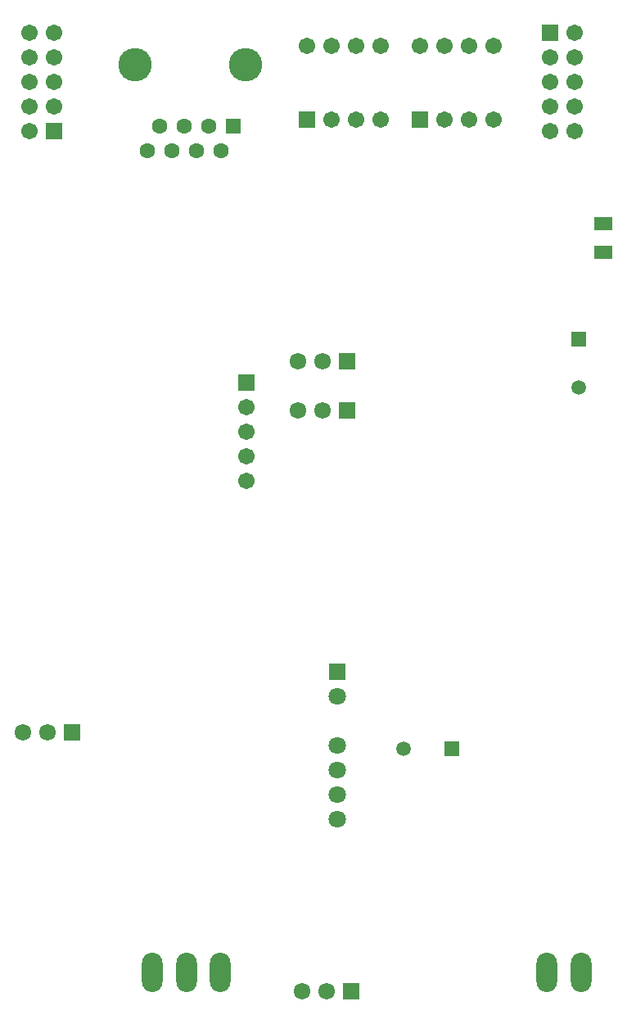
<source format=gbs>
G04*
G04 #@! TF.GenerationSoftware,Altium Limited,Altium Designer,20.0.13 (296)*
G04*
G04 Layer_Color=16711935*
%FSLAX44Y44*%
%MOMM*%
G71*
G01*
G75*
%ADD68R,1.9200X1.4700*%
%ADD95O,2.1336X4.0640*%
%ADD96R,1.7032X1.7032*%
%ADD97C,1.7032*%
%ADD98C,1.7200*%
%ADD99R,1.7200X1.7200*%
%ADD100C,1.8032*%
%ADD101R,1.8032X1.8032*%
%ADD102R,1.6012X1.6012*%
%ADD103C,3.4532*%
%ADD104C,1.6012*%
%ADD105C,1.5200*%
%ADD106R,1.5200X1.5200*%
%ADD107R,1.5200X1.5200*%
D68*
X668250Y839500D02*
D03*
Y810000D02*
D03*
D95*
X610250Y65370D02*
D03*
X645250D02*
D03*
X202000Y65735D02*
D03*
X237000D02*
D03*
X272000D02*
D03*
D96*
X100000Y935400D02*
D03*
X613500Y1037000D02*
D03*
X298750Y675300D02*
D03*
X362200Y947400D02*
D03*
X478400D02*
D03*
D97*
X74600Y935400D02*
D03*
X100000Y960800D02*
D03*
X74600D02*
D03*
X100000Y986200D02*
D03*
X74600D02*
D03*
X100000Y1011600D02*
D03*
X74600D02*
D03*
Y1037000D02*
D03*
X100000D02*
D03*
X638900Y935400D02*
D03*
X613500D02*
D03*
X638900Y986200D02*
D03*
X613500D02*
D03*
X638900Y1011600D02*
D03*
X613500D02*
D03*
X638900Y1037000D02*
D03*
X613500Y960800D02*
D03*
X638900D02*
D03*
X298750Y573700D02*
D03*
Y599100D02*
D03*
Y624500D02*
D03*
Y649900D02*
D03*
X387600Y947400D02*
D03*
X413000D02*
D03*
X438400D02*
D03*
X362200Y1023600D02*
D03*
X387600D02*
D03*
X413000D02*
D03*
X438400D02*
D03*
X503800Y947400D02*
D03*
X529200D02*
D03*
X554600D02*
D03*
X478400Y1023600D02*
D03*
X503800D02*
D03*
X529200D02*
D03*
X554600D02*
D03*
D98*
X377500Y646750D02*
D03*
X352100D02*
D03*
X377500Y697250D02*
D03*
X352100D02*
D03*
X93750Y314250D02*
D03*
X68350D02*
D03*
X381850Y46250D02*
D03*
X356450D02*
D03*
D99*
X402900Y646750D02*
D03*
Y697250D02*
D03*
X119150Y314250D02*
D03*
X407250Y46250D02*
D03*
D100*
X392750Y224450D02*
D03*
Y249850D02*
D03*
Y275250D02*
D03*
Y300650D02*
D03*
Y351450D02*
D03*
D101*
Y376850D02*
D03*
D102*
X285700Y940250D02*
D03*
D103*
X298400Y1003750D02*
D03*
X184100D02*
D03*
D104*
X273000Y914850D02*
D03*
X260300Y940250D02*
D03*
X247600Y914850D02*
D03*
X234900Y940250D02*
D03*
X222200Y914850D02*
D03*
X209500Y940250D02*
D03*
X196800Y914850D02*
D03*
D105*
X462000Y297250D02*
D03*
X643000Y670000D02*
D03*
D106*
X512000Y297250D02*
D03*
D107*
X643000Y720000D02*
D03*
M02*

</source>
